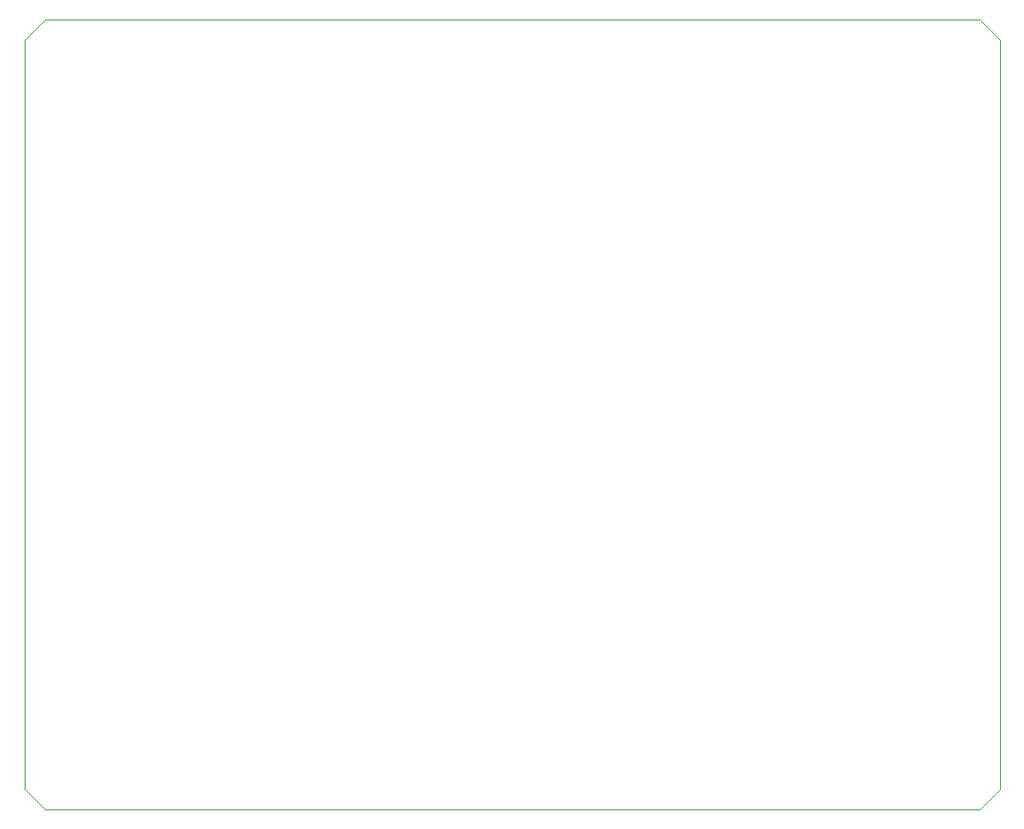
<source format=gm1>
G04 #@! TF.GenerationSoftware,KiCad,Pcbnew,9.0.7*
G04 #@! TF.CreationDate,2026-01-18T21:54:30+01:00*
G04 #@! TF.ProjectId,dumbpad,64756d62-7061-4642-9e6b-696361645f70,rev?*
G04 #@! TF.SameCoordinates,Original*
G04 #@! TF.FileFunction,Profile,NP*
%FSLAX46Y46*%
G04 Gerber Fmt 4.6, Leading zero omitted, Abs format (unit mm)*
G04 Created by KiCad (PCBNEW 9.0.7) date 2026-01-18 21:54:30*
%MOMM*%
%LPD*%
G01*
G04 APERTURE LIST*
G04 #@! TA.AperFunction,Profile*
%ADD10C,0.050000*%
G04 #@! TD*
G04 APERTURE END LIST*
D10*
X100001100Y-67753600D02*
X100001100Y-142253600D01*
X102001100Y-144253600D02*
X195001100Y-144253600D01*
X100001100Y-142253600D02*
X102001100Y-144253600D01*
X197001100Y-142253600D02*
X197001100Y-67753600D01*
X195001100Y-65753600D02*
X102001100Y-65753600D01*
X195001100Y-144253600D02*
X197001100Y-142253600D01*
X102001100Y-65753600D02*
X100001100Y-67753600D01*
X197001100Y-67753600D02*
X195001100Y-65753600D01*
M02*

</source>
